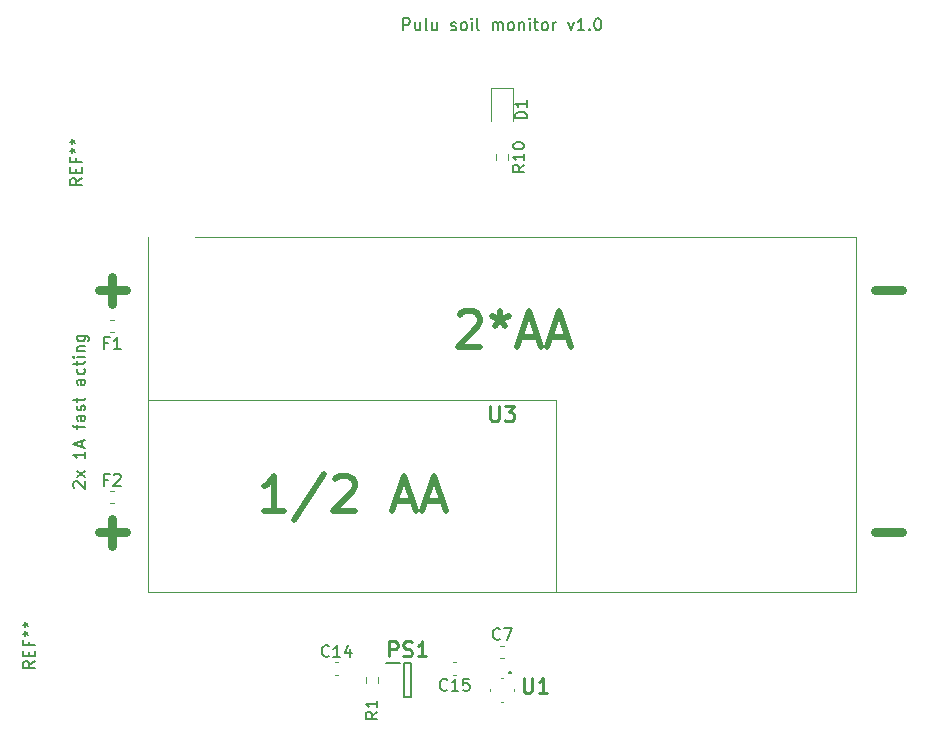
<source format=gbr>
%TF.GenerationSoftware,KiCad,Pcbnew,(5.99.0-12717-g57c7d663b0)*%
%TF.CreationDate,2021-10-22T11:27:58+02:00*%
%TF.ProjectId,Main_PCB,4d61696e-5f50-4434-922e-6b696361645f,rev?*%
%TF.SameCoordinates,Original*%
%TF.FileFunction,Legend,Top*%
%TF.FilePolarity,Positive*%
%FSLAX46Y46*%
G04 Gerber Fmt 4.6, Leading zero omitted, Abs format (unit mm)*
G04 Created by KiCad (PCBNEW (5.99.0-12717-g57c7d663b0)) date 2021-10-22 11:27:58*
%MOMM*%
%LPD*%
G01*
G04 APERTURE LIST*
%ADD10C,0.750000*%
%ADD11C,0.150000*%
%ADD12C,0.254000*%
%ADD13C,0.500000*%
%ADD14C,0.120000*%
%ADD15C,0.100000*%
%ADD16C,0.200000*%
G04 APERTURE END LIST*
D10*
X239107142Y-107964285D02*
X241392857Y-107964285D01*
X173357142Y-87464285D02*
X175642857Y-87464285D01*
X174500000Y-88607142D02*
X174500000Y-86321428D01*
X239107142Y-87464285D02*
X241392857Y-87464285D01*
D11*
X199142857Y-65452380D02*
X199142857Y-64452380D01*
X199523809Y-64452380D01*
X199619047Y-64500000D01*
X199666666Y-64547619D01*
X199714285Y-64642857D01*
X199714285Y-64785714D01*
X199666666Y-64880952D01*
X199619047Y-64928571D01*
X199523809Y-64976190D01*
X199142857Y-64976190D01*
X200571428Y-64785714D02*
X200571428Y-65452380D01*
X200142857Y-64785714D02*
X200142857Y-65309523D01*
X200190476Y-65404761D01*
X200285714Y-65452380D01*
X200428571Y-65452380D01*
X200523809Y-65404761D01*
X200571428Y-65357142D01*
X201190476Y-65452380D02*
X201095238Y-65404761D01*
X201047619Y-65309523D01*
X201047619Y-64452380D01*
X202000000Y-64785714D02*
X202000000Y-65452380D01*
X201571428Y-64785714D02*
X201571428Y-65309523D01*
X201619047Y-65404761D01*
X201714285Y-65452380D01*
X201857142Y-65452380D01*
X201952380Y-65404761D01*
X202000000Y-65357142D01*
X203190476Y-65404761D02*
X203285714Y-65452380D01*
X203476190Y-65452380D01*
X203571428Y-65404761D01*
X203619047Y-65309523D01*
X203619047Y-65261904D01*
X203571428Y-65166666D01*
X203476190Y-65119047D01*
X203333333Y-65119047D01*
X203238095Y-65071428D01*
X203190476Y-64976190D01*
X203190476Y-64928571D01*
X203238095Y-64833333D01*
X203333333Y-64785714D01*
X203476190Y-64785714D01*
X203571428Y-64833333D01*
X204190476Y-65452380D02*
X204095238Y-65404761D01*
X204047619Y-65357142D01*
X204000000Y-65261904D01*
X204000000Y-64976190D01*
X204047619Y-64880952D01*
X204095238Y-64833333D01*
X204190476Y-64785714D01*
X204333333Y-64785714D01*
X204428571Y-64833333D01*
X204476190Y-64880952D01*
X204523809Y-64976190D01*
X204523809Y-65261904D01*
X204476190Y-65357142D01*
X204428571Y-65404761D01*
X204333333Y-65452380D01*
X204190476Y-65452380D01*
X204952380Y-65452380D02*
X204952380Y-64785714D01*
X204952380Y-64452380D02*
X204904761Y-64500000D01*
X204952380Y-64547619D01*
X205000000Y-64500000D01*
X204952380Y-64452380D01*
X204952380Y-64547619D01*
X205571428Y-65452380D02*
X205476190Y-65404761D01*
X205428571Y-65309523D01*
X205428571Y-64452380D01*
X206714285Y-65452380D02*
X206714285Y-64785714D01*
X206714285Y-64880952D02*
X206761904Y-64833333D01*
X206857142Y-64785714D01*
X207000000Y-64785714D01*
X207095238Y-64833333D01*
X207142857Y-64928571D01*
X207142857Y-65452380D01*
X207142857Y-64928571D02*
X207190476Y-64833333D01*
X207285714Y-64785714D01*
X207428571Y-64785714D01*
X207523809Y-64833333D01*
X207571428Y-64928571D01*
X207571428Y-65452380D01*
X208190476Y-65452380D02*
X208095238Y-65404761D01*
X208047619Y-65357142D01*
X208000000Y-65261904D01*
X208000000Y-64976190D01*
X208047619Y-64880952D01*
X208095238Y-64833333D01*
X208190476Y-64785714D01*
X208333333Y-64785714D01*
X208428571Y-64833333D01*
X208476190Y-64880952D01*
X208523809Y-64976190D01*
X208523809Y-65261904D01*
X208476190Y-65357142D01*
X208428571Y-65404761D01*
X208333333Y-65452380D01*
X208190476Y-65452380D01*
X208952380Y-64785714D02*
X208952380Y-65452380D01*
X208952380Y-64880952D02*
X209000000Y-64833333D01*
X209095238Y-64785714D01*
X209238095Y-64785714D01*
X209333333Y-64833333D01*
X209380952Y-64928571D01*
X209380952Y-65452380D01*
X209857142Y-65452380D02*
X209857142Y-64785714D01*
X209857142Y-64452380D02*
X209809523Y-64500000D01*
X209857142Y-64547619D01*
X209904761Y-64500000D01*
X209857142Y-64452380D01*
X209857142Y-64547619D01*
X210190476Y-64785714D02*
X210571428Y-64785714D01*
X210333333Y-64452380D02*
X210333333Y-65309523D01*
X210380952Y-65404761D01*
X210476190Y-65452380D01*
X210571428Y-65452380D01*
X211047619Y-65452380D02*
X210952380Y-65404761D01*
X210904761Y-65357142D01*
X210857142Y-65261904D01*
X210857142Y-64976190D01*
X210904761Y-64880952D01*
X210952380Y-64833333D01*
X211047619Y-64785714D01*
X211190476Y-64785714D01*
X211285714Y-64833333D01*
X211333333Y-64880952D01*
X211380952Y-64976190D01*
X211380952Y-65261904D01*
X211333333Y-65357142D01*
X211285714Y-65404761D01*
X211190476Y-65452380D01*
X211047619Y-65452380D01*
X211809523Y-65452380D02*
X211809523Y-64785714D01*
X211809523Y-64976190D02*
X211857142Y-64880952D01*
X211904761Y-64833333D01*
X212000000Y-64785714D01*
X212095238Y-64785714D01*
X213095238Y-64785714D02*
X213333333Y-65452380D01*
X213571428Y-64785714D01*
X214476190Y-65452380D02*
X213904761Y-65452380D01*
X214190476Y-65452380D02*
X214190476Y-64452380D01*
X214095238Y-64595238D01*
X214000000Y-64690476D01*
X213904761Y-64738095D01*
X214904761Y-65357142D02*
X214952380Y-65404761D01*
X214904761Y-65452380D01*
X214857142Y-65404761D01*
X214904761Y-65357142D01*
X214904761Y-65452380D01*
X215571428Y-64452380D02*
X215666666Y-64452380D01*
X215761904Y-64500000D01*
X215809523Y-64547619D01*
X215857142Y-64642857D01*
X215904761Y-64833333D01*
X215904761Y-65071428D01*
X215857142Y-65261904D01*
X215809523Y-65357142D01*
X215761904Y-65404761D01*
X215666666Y-65452380D01*
X215571428Y-65452380D01*
X215476190Y-65404761D01*
X215428571Y-65357142D01*
X215380952Y-65261904D01*
X215333333Y-65071428D01*
X215333333Y-64833333D01*
X215380952Y-64642857D01*
X215428571Y-64547619D01*
X215476190Y-64500000D01*
X215571428Y-64452380D01*
X171297619Y-104226190D02*
X171250000Y-104178571D01*
X171202380Y-104083333D01*
X171202380Y-103845238D01*
X171250000Y-103750000D01*
X171297619Y-103702380D01*
X171392857Y-103654761D01*
X171488095Y-103654761D01*
X171630952Y-103702380D01*
X172202380Y-104273809D01*
X172202380Y-103654761D01*
X172202380Y-103321428D02*
X171535714Y-102797619D01*
X171535714Y-103321428D02*
X172202380Y-102797619D01*
X172202380Y-101130952D02*
X172202380Y-101702380D01*
X172202380Y-101416666D02*
X171202380Y-101416666D01*
X171345238Y-101511904D01*
X171440476Y-101607142D01*
X171488095Y-101702380D01*
X171916666Y-100750000D02*
X171916666Y-100273809D01*
X172202380Y-100845238D02*
X171202380Y-100511904D01*
X172202380Y-100178571D01*
X171535714Y-99226190D02*
X171535714Y-98845238D01*
X172202380Y-99083333D02*
X171345238Y-99083333D01*
X171250000Y-99035714D01*
X171202380Y-98940476D01*
X171202380Y-98845238D01*
X172202380Y-98083333D02*
X171678571Y-98083333D01*
X171583333Y-98130952D01*
X171535714Y-98226190D01*
X171535714Y-98416666D01*
X171583333Y-98511904D01*
X172154761Y-98083333D02*
X172202380Y-98178571D01*
X172202380Y-98416666D01*
X172154761Y-98511904D01*
X172059523Y-98559523D01*
X171964285Y-98559523D01*
X171869047Y-98511904D01*
X171821428Y-98416666D01*
X171821428Y-98178571D01*
X171773809Y-98083333D01*
X172154761Y-97654761D02*
X172202380Y-97559523D01*
X172202380Y-97369047D01*
X172154761Y-97273809D01*
X172059523Y-97226190D01*
X172011904Y-97226190D01*
X171916666Y-97273809D01*
X171869047Y-97369047D01*
X171869047Y-97511904D01*
X171821428Y-97607142D01*
X171726190Y-97654761D01*
X171678571Y-97654761D01*
X171583333Y-97607142D01*
X171535714Y-97511904D01*
X171535714Y-97369047D01*
X171583333Y-97273809D01*
X171535714Y-96940476D02*
X171535714Y-96559523D01*
X171202380Y-96797619D02*
X172059523Y-96797619D01*
X172154761Y-96750000D01*
X172202380Y-96654761D01*
X172202380Y-96559523D01*
X172202380Y-95035714D02*
X171678571Y-95035714D01*
X171583333Y-95083333D01*
X171535714Y-95178571D01*
X171535714Y-95369047D01*
X171583333Y-95464285D01*
X172154761Y-95035714D02*
X172202380Y-95130952D01*
X172202380Y-95369047D01*
X172154761Y-95464285D01*
X172059523Y-95511904D01*
X171964285Y-95511904D01*
X171869047Y-95464285D01*
X171821428Y-95369047D01*
X171821428Y-95130952D01*
X171773809Y-95035714D01*
X172154761Y-94130952D02*
X172202380Y-94226190D01*
X172202380Y-94416666D01*
X172154761Y-94511904D01*
X172107142Y-94559523D01*
X172011904Y-94607142D01*
X171726190Y-94607142D01*
X171630952Y-94559523D01*
X171583333Y-94511904D01*
X171535714Y-94416666D01*
X171535714Y-94226190D01*
X171583333Y-94130952D01*
X171535714Y-93845238D02*
X171535714Y-93464285D01*
X171202380Y-93702380D02*
X172059523Y-93702380D01*
X172154761Y-93654761D01*
X172202380Y-93559523D01*
X172202380Y-93464285D01*
X172202380Y-93130952D02*
X171535714Y-93130952D01*
X171202380Y-93130952D02*
X171250000Y-93178571D01*
X171297619Y-93130952D01*
X171250000Y-93083333D01*
X171202380Y-93130952D01*
X171297619Y-93130952D01*
X171535714Y-92654761D02*
X172202380Y-92654761D01*
X171630952Y-92654761D02*
X171583333Y-92607142D01*
X171535714Y-92511904D01*
X171535714Y-92369047D01*
X171583333Y-92273809D01*
X171678571Y-92226190D01*
X172202380Y-92226190D01*
X171535714Y-91321428D02*
X172345238Y-91321428D01*
X172440476Y-91369047D01*
X172488095Y-91416666D01*
X172535714Y-91511904D01*
X172535714Y-91654761D01*
X172488095Y-91750000D01*
X172154761Y-91321428D02*
X172202380Y-91416666D01*
X172202380Y-91607142D01*
X172154761Y-91702380D01*
X172107142Y-91750000D01*
X172011904Y-91797619D01*
X171726190Y-91797619D01*
X171630952Y-91750000D01*
X171583333Y-91702380D01*
X171535714Y-91607142D01*
X171535714Y-91416666D01*
X171583333Y-91321428D01*
D10*
X173357142Y-107964285D02*
X175642857Y-107964285D01*
X174500000Y-109107142D02*
X174500000Y-106821428D01*
D11*
%TO.C,C14*%
X192857142Y-118427142D02*
X192809523Y-118474761D01*
X192666666Y-118522380D01*
X192571428Y-118522380D01*
X192428571Y-118474761D01*
X192333333Y-118379523D01*
X192285714Y-118284285D01*
X192238095Y-118093809D01*
X192238095Y-117950952D01*
X192285714Y-117760476D01*
X192333333Y-117665238D01*
X192428571Y-117570000D01*
X192571428Y-117522380D01*
X192666666Y-117522380D01*
X192809523Y-117570000D01*
X192857142Y-117617619D01*
X193809523Y-118522380D02*
X193238095Y-118522380D01*
X193523809Y-118522380D02*
X193523809Y-117522380D01*
X193428571Y-117665238D01*
X193333333Y-117760476D01*
X193238095Y-117808095D01*
X194666666Y-117855714D02*
X194666666Y-118522380D01*
X194428571Y-117474761D02*
X194190476Y-118189047D01*
X194809523Y-118189047D01*
%TO.C,F1*%
X174166666Y-91928571D02*
X173833333Y-91928571D01*
X173833333Y-92452380D02*
X173833333Y-91452380D01*
X174309523Y-91452380D01*
X175214285Y-92452380D02*
X174642857Y-92452380D01*
X174928571Y-92452380D02*
X174928571Y-91452380D01*
X174833333Y-91595238D01*
X174738095Y-91690476D01*
X174642857Y-91738095D01*
%TO.C,R10*%
X209397380Y-76862857D02*
X208921190Y-77196190D01*
X209397380Y-77434285D02*
X208397380Y-77434285D01*
X208397380Y-77053333D01*
X208445000Y-76958095D01*
X208492619Y-76910476D01*
X208587857Y-76862857D01*
X208730714Y-76862857D01*
X208825952Y-76910476D01*
X208873571Y-76958095D01*
X208921190Y-77053333D01*
X208921190Y-77434285D01*
X209397380Y-75910476D02*
X209397380Y-76481904D01*
X209397380Y-76196190D02*
X208397380Y-76196190D01*
X208540238Y-76291428D01*
X208635476Y-76386666D01*
X208683095Y-76481904D01*
X208397380Y-75291428D02*
X208397380Y-75196190D01*
X208445000Y-75100952D01*
X208492619Y-75053333D01*
X208587857Y-75005714D01*
X208778333Y-74958095D01*
X209016428Y-74958095D01*
X209206904Y-75005714D01*
X209302142Y-75053333D01*
X209349761Y-75100952D01*
X209397380Y-75196190D01*
X209397380Y-75291428D01*
X209349761Y-75386666D01*
X209302142Y-75434285D01*
X209206904Y-75481904D01*
X209016428Y-75529523D01*
X208778333Y-75529523D01*
X208587857Y-75481904D01*
X208492619Y-75434285D01*
X208445000Y-75386666D01*
X208397380Y-75291428D01*
D12*
%TO.C,U3*%
X206532380Y-97304523D02*
X206532380Y-98332619D01*
X206592857Y-98453571D01*
X206653333Y-98514047D01*
X206774285Y-98574523D01*
X207016190Y-98574523D01*
X207137142Y-98514047D01*
X207197619Y-98453571D01*
X207258095Y-98332619D01*
X207258095Y-97304523D01*
X207741904Y-97304523D02*
X208528095Y-97304523D01*
X208104761Y-97788333D01*
X208286190Y-97788333D01*
X208407142Y-97848809D01*
X208467619Y-97909285D01*
X208528095Y-98030238D01*
X208528095Y-98332619D01*
X208467619Y-98453571D01*
X208407142Y-98514047D01*
X208286190Y-98574523D01*
X207923333Y-98574523D01*
X207802380Y-98514047D01*
X207741904Y-98453571D01*
D13*
X189042857Y-106207142D02*
X187328571Y-106207142D01*
X188185714Y-106207142D02*
X188185714Y-103207142D01*
X187900000Y-103635714D01*
X187614285Y-103921428D01*
X187328571Y-104064285D01*
X192471428Y-103064285D02*
X189900000Y-106921428D01*
X193328571Y-103492857D02*
X193471428Y-103350000D01*
X193757142Y-103207142D01*
X194471428Y-103207142D01*
X194757142Y-103350000D01*
X194900000Y-103492857D01*
X195042857Y-103778571D01*
X195042857Y-104064285D01*
X194900000Y-104492857D01*
X193185714Y-106207142D01*
X195042857Y-106207142D01*
X198471428Y-105350000D02*
X199900000Y-105350000D01*
X198185714Y-106207142D02*
X199185714Y-103207142D01*
X200185714Y-106207142D01*
X201042857Y-105350000D02*
X202471428Y-105350000D01*
X200757142Y-106207142D02*
X201757142Y-103207142D01*
X202757142Y-106207142D01*
X203928571Y-89542857D02*
X204071428Y-89400000D01*
X204357142Y-89257142D01*
X205071428Y-89257142D01*
X205357142Y-89400000D01*
X205500000Y-89542857D01*
X205642857Y-89828571D01*
X205642857Y-90114285D01*
X205500000Y-90542857D01*
X203785714Y-92257142D01*
X205642857Y-92257142D01*
X207357142Y-89257142D02*
X207357142Y-89971428D01*
X206642857Y-89685714D02*
X207357142Y-89971428D01*
X208071428Y-89685714D01*
X206928571Y-90542857D02*
X207357142Y-89971428D01*
X207785714Y-90542857D01*
X209071428Y-91400000D02*
X210500000Y-91400000D01*
X208785714Y-92257142D02*
X209785714Y-89257142D01*
X210785714Y-92257142D01*
X211642857Y-91400000D02*
X213071428Y-91400000D01*
X211357142Y-92257142D02*
X212357142Y-89257142D01*
X213357142Y-92257142D01*
D11*
%TO.C,*%
%TO.C,R1*%
X196952380Y-123166666D02*
X196476190Y-123500000D01*
X196952380Y-123738095D02*
X195952380Y-123738095D01*
X195952380Y-123357142D01*
X196000000Y-123261904D01*
X196047619Y-123214285D01*
X196142857Y-123166666D01*
X196285714Y-123166666D01*
X196380952Y-123214285D01*
X196428571Y-123261904D01*
X196476190Y-123357142D01*
X196476190Y-123738095D01*
X196952380Y-122214285D02*
X196952380Y-122785714D01*
X196952380Y-122500000D02*
X195952380Y-122500000D01*
X196095238Y-122595238D01*
X196190476Y-122690476D01*
X196238095Y-122785714D01*
%TO.C,C15*%
X202857142Y-121287142D02*
X202809523Y-121334761D01*
X202666666Y-121382380D01*
X202571428Y-121382380D01*
X202428571Y-121334761D01*
X202333333Y-121239523D01*
X202285714Y-121144285D01*
X202238095Y-120953809D01*
X202238095Y-120810952D01*
X202285714Y-120620476D01*
X202333333Y-120525238D01*
X202428571Y-120430000D01*
X202571428Y-120382380D01*
X202666666Y-120382380D01*
X202809523Y-120430000D01*
X202857142Y-120477619D01*
X203809523Y-121382380D02*
X203238095Y-121382380D01*
X203523809Y-121382380D02*
X203523809Y-120382380D01*
X203428571Y-120525238D01*
X203333333Y-120620476D01*
X203238095Y-120668095D01*
X204714285Y-120382380D02*
X204238095Y-120382380D01*
X204190476Y-120858571D01*
X204238095Y-120810952D01*
X204333333Y-120763333D01*
X204571428Y-120763333D01*
X204666666Y-120810952D01*
X204714285Y-120858571D01*
X204761904Y-120953809D01*
X204761904Y-121191904D01*
X204714285Y-121287142D01*
X204666666Y-121334761D01*
X204571428Y-121382380D01*
X204333333Y-121382380D01*
X204238095Y-121334761D01*
X204190476Y-121287142D01*
D12*
%TO.C,U1*%
X209332380Y-120304523D02*
X209332380Y-121332619D01*
X209392857Y-121453571D01*
X209453333Y-121514047D01*
X209574285Y-121574523D01*
X209816190Y-121574523D01*
X209937142Y-121514047D01*
X209997619Y-121453571D01*
X210058095Y-121332619D01*
X210058095Y-120304523D01*
X211328095Y-121574523D02*
X210602380Y-121574523D01*
X210965238Y-121574523D02*
X210965238Y-120304523D01*
X210844285Y-120485952D01*
X210723333Y-120606904D01*
X210602380Y-120667380D01*
D11*
%TO.C,*%
D12*
%TO.C,PS1*%
X197957857Y-118474523D02*
X197957857Y-117204523D01*
X198441666Y-117204523D01*
X198562619Y-117265000D01*
X198623095Y-117325476D01*
X198683571Y-117446428D01*
X198683571Y-117627857D01*
X198623095Y-117748809D01*
X198562619Y-117809285D01*
X198441666Y-117869761D01*
X197957857Y-117869761D01*
X199167380Y-118414047D02*
X199348809Y-118474523D01*
X199651190Y-118474523D01*
X199772142Y-118414047D01*
X199832619Y-118353571D01*
X199893095Y-118232619D01*
X199893095Y-118111666D01*
X199832619Y-117990714D01*
X199772142Y-117930238D01*
X199651190Y-117869761D01*
X199409285Y-117809285D01*
X199288333Y-117748809D01*
X199227857Y-117688333D01*
X199167380Y-117567380D01*
X199167380Y-117446428D01*
X199227857Y-117325476D01*
X199288333Y-117265000D01*
X199409285Y-117204523D01*
X199711666Y-117204523D01*
X199893095Y-117265000D01*
X201102619Y-118474523D02*
X200376904Y-118474523D01*
X200739761Y-118474523D02*
X200739761Y-117204523D01*
X200618809Y-117385952D01*
X200497857Y-117506904D01*
X200376904Y-117567380D01*
D11*
%TO.C,F2*%
X174166666Y-103498571D02*
X173833333Y-103498571D01*
X173833333Y-104022380D02*
X173833333Y-103022380D01*
X174309523Y-103022380D01*
X174642857Y-103117619D02*
X174690476Y-103070000D01*
X174785714Y-103022380D01*
X175023809Y-103022380D01*
X175119047Y-103070000D01*
X175166666Y-103117619D01*
X175214285Y-103212857D01*
X175214285Y-103308095D01*
X175166666Y-103450952D01*
X174595238Y-104022380D01*
X175214285Y-104022380D01*
%TO.C,D1*%
X209602380Y-72913095D02*
X208602380Y-72913095D01*
X208602380Y-72675000D01*
X208650000Y-72532142D01*
X208745238Y-72436904D01*
X208840476Y-72389285D01*
X209030952Y-72341666D01*
X209173809Y-72341666D01*
X209364285Y-72389285D01*
X209459523Y-72436904D01*
X209554761Y-72532142D01*
X209602380Y-72675000D01*
X209602380Y-72913095D01*
X209602380Y-71389285D02*
X209602380Y-71960714D01*
X209602380Y-71675000D02*
X208602380Y-71675000D01*
X208745238Y-71770238D01*
X208840476Y-71865476D01*
X208888095Y-71960714D01*
%TO.C,C7*%
X207333333Y-116995892D02*
X207285714Y-117043511D01*
X207142857Y-117091130D01*
X207047619Y-117091130D01*
X206904761Y-117043511D01*
X206809523Y-116948273D01*
X206761904Y-116853035D01*
X206714285Y-116662559D01*
X206714285Y-116519702D01*
X206761904Y-116329226D01*
X206809523Y-116233988D01*
X206904761Y-116138750D01*
X207047619Y-116091130D01*
X207142857Y-116091130D01*
X207285714Y-116138750D01*
X207333333Y-116186369D01*
X207666666Y-116091130D02*
X208333333Y-116091130D01*
X207904761Y-117091130D01*
%TO.C,REF\u002A\u002A*%
X171952380Y-77983333D02*
X171476190Y-78316666D01*
X171952380Y-78554761D02*
X170952380Y-78554761D01*
X170952380Y-78173809D01*
X171000000Y-78078571D01*
X171047619Y-78030952D01*
X171142857Y-77983333D01*
X171285714Y-77983333D01*
X171380952Y-78030952D01*
X171428571Y-78078571D01*
X171476190Y-78173809D01*
X171476190Y-78554761D01*
X171428571Y-77554761D02*
X171428571Y-77221428D01*
X171952380Y-77078571D02*
X171952380Y-77554761D01*
X170952380Y-77554761D01*
X170952380Y-77078571D01*
X171428571Y-76316666D02*
X171428571Y-76650000D01*
X171952380Y-76650000D02*
X170952380Y-76650000D01*
X170952380Y-76173809D01*
X170952380Y-75650000D02*
X171190476Y-75650000D01*
X171095238Y-75888095D02*
X171190476Y-75650000D01*
X171095238Y-75411904D01*
X171380952Y-75792857D02*
X171190476Y-75650000D01*
X171380952Y-75507142D01*
X170952380Y-74888095D02*
X171190476Y-74888095D01*
X171095238Y-75126190D02*
X171190476Y-74888095D01*
X171095238Y-74650000D01*
X171380952Y-75030952D02*
X171190476Y-74888095D01*
X171380952Y-74745238D01*
X167952380Y-118883333D02*
X167476190Y-119216666D01*
X167952380Y-119454761D02*
X166952380Y-119454761D01*
X166952380Y-119073809D01*
X167000000Y-118978571D01*
X167047619Y-118930952D01*
X167142857Y-118883333D01*
X167285714Y-118883333D01*
X167380952Y-118930952D01*
X167428571Y-118978571D01*
X167476190Y-119073809D01*
X167476190Y-119454761D01*
X167428571Y-118454761D02*
X167428571Y-118121428D01*
X167952380Y-117978571D02*
X167952380Y-118454761D01*
X166952380Y-118454761D01*
X166952380Y-117978571D01*
X167428571Y-117216666D02*
X167428571Y-117550000D01*
X167952380Y-117550000D02*
X166952380Y-117550000D01*
X166952380Y-117073809D01*
X166952380Y-116550000D02*
X167190476Y-116550000D01*
X167095238Y-116788095D02*
X167190476Y-116550000D01*
X167095238Y-116311904D01*
X167380952Y-116692857D02*
X167190476Y-116550000D01*
X167380952Y-116407142D01*
X166952380Y-115788095D02*
X167190476Y-115788095D01*
X167095238Y-116026190D02*
X167190476Y-115788095D01*
X167095238Y-115550000D01*
X167380952Y-115930952D02*
X167190476Y-115788095D01*
X167380952Y-115645238D01*
D14*
%TO.C,C14*%
X193353733Y-118990000D02*
X193646267Y-118990000D01*
X193353733Y-120010000D02*
X193646267Y-120010000D01*
%TO.C,F1*%
X174328733Y-91010000D02*
X174671267Y-91010000D01*
X174328733Y-89990000D02*
X174671267Y-89990000D01*
%TO.C,R10*%
X206992500Y-75965276D02*
X206992500Y-76474724D01*
X208037500Y-75965276D02*
X208037500Y-76474724D01*
D15*
%TO.C,U3*%
X237465000Y-113000000D02*
X237465000Y-83000000D01*
X237465000Y-83000000D02*
X181500000Y-83000000D01*
X177535000Y-83000000D02*
X177535000Y-112985000D01*
X177535000Y-112985000D02*
X237465000Y-113000000D01*
D14*
X177535000Y-96725000D02*
X212075000Y-96725000D01*
X212075000Y-96725000D02*
X212075000Y-112985000D01*
X212075000Y-112985000D02*
X177535000Y-112985000D01*
X177535000Y-112985000D02*
X177535000Y-96725000D01*
%TO.C,R1*%
X197022500Y-120245276D02*
X197022500Y-120754724D01*
X195977500Y-120245276D02*
X195977500Y-120754724D01*
%TO.C,C15*%
X203646267Y-118990000D02*
X203353733Y-118990000D01*
X203646267Y-120010000D02*
X203353733Y-120010000D01*
D15*
%TO.C,U1*%
X208500000Y-121443750D02*
X208500000Y-121243750D01*
D16*
X208100000Y-119843750D02*
X208100000Y-119843750D01*
D15*
X207600000Y-122343750D02*
X207400000Y-122343750D01*
D16*
X208300000Y-119843750D02*
X208300000Y-119843750D01*
D15*
X206500000Y-121443750D02*
X206500000Y-121243750D01*
X207600000Y-120343750D02*
X207400000Y-120343750D01*
D16*
X208300000Y-119843750D02*
G75*
G03*
X208100000Y-119843750I-100000J0D01*
G01*
X208100000Y-119843750D02*
G75*
G03*
X208300000Y-119843750I100000J0D01*
G01*
%TO.C,PS1*%
X199800000Y-119050000D02*
X199800000Y-121950000D01*
X199200000Y-119050000D02*
X199800000Y-119050000D01*
X199800000Y-121950000D02*
X199200000Y-121950000D01*
X197650000Y-119000000D02*
X198850000Y-119000000D01*
X199200000Y-121950000D02*
X199200000Y-119050000D01*
D14*
%TO.C,F2*%
X174328733Y-104490000D02*
X174671267Y-104490000D01*
X174328733Y-105510000D02*
X174671267Y-105510000D01*
%TO.C,D1*%
X206540000Y-70315000D02*
X206540000Y-73175000D01*
X208460000Y-70315000D02*
X206540000Y-70315000D01*
X208460000Y-73175000D02*
X208460000Y-70315000D01*
%TO.C,C7*%
X207353733Y-117558750D02*
X207646267Y-117558750D01*
X207353733Y-118578750D02*
X207646267Y-118578750D01*
%TD*%
M02*

</source>
